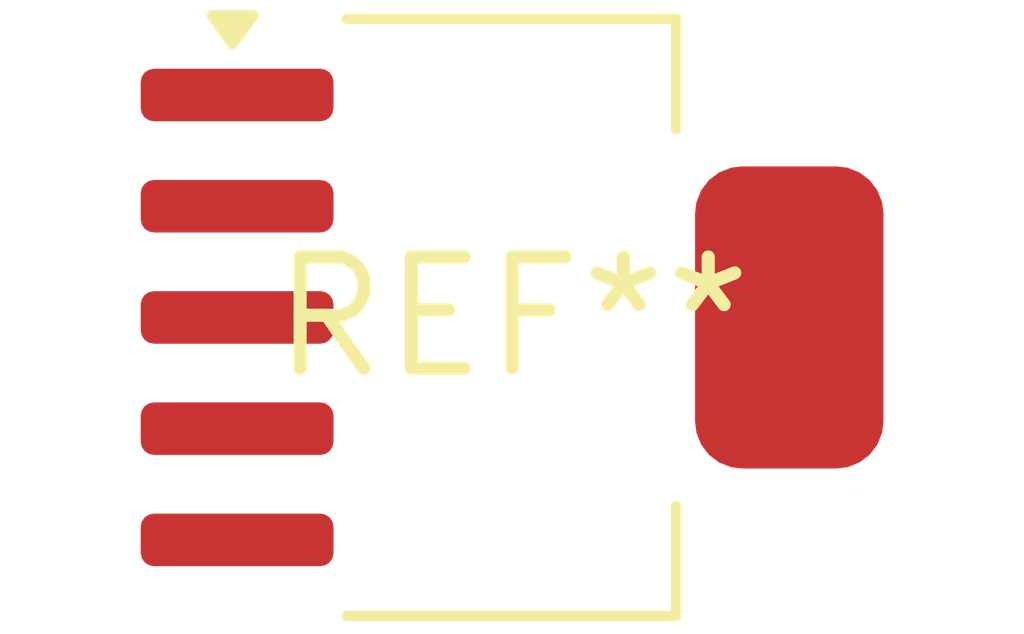
<source format=kicad_pcb>
(kicad_pcb (version 20240108) (generator pcbnew)
  (layers (0 "F.Cu" signal) (31 "B.Cu" signal) (34 "B.Paste" user) (35 "F.Paste" user) (36 "B.SilkS" user "B.Silkscreen") (37 "F.SilkS" user "F.Silkscreen") (38 "B.Mask" user) (39 "F.Mask" user) (44 "Edge.Cuts" user))
  (net 0 "")
  (footprint "SOT-223-6" (layer "F.Cu") (at 0 0)
    (property "Reference" "REF**")
    (property "Value" "SOT-223-6")
    (fp_line (start -1.8875 -3.41) (end 1.8725 -3.41) (layer "F.SilkS") (stroke (width 0.12)))
    (fp_line (start -1.8875 3.41) (end 1.8725 3.41) (layer "F.SilkS") (stroke (width 0.12)))
    (fp_line (start 1.8725 -3.41) (end 1.8725 -2.15) (layer "F.SilkS") (stroke (width 0.12)))
    (fp_line (start 1.8725 3.41) (end 1.8725 2.15) (layer "F.SilkS") (stroke (width 0.12)))
    (fp_poly (pts (xy -3.19 -3.12) (xy -3.43 -3.45) (xy -2.95 -3.45) (xy -3.19 -3.12)) (layer "F.SilkS") (stroke (width 0.12)) (fill solid))
    (pad "1" smd roundrect (at -3.1375 -2.54) (size 2.2 0.6) (layers "F.Cu" "F.Paste" "F.Mask"))
    (pad "2" smd roundrect (at -3.1375 -1.27) (size 2.2 0.6) (layers "F.Cu" "F.Paste" "F.Mask"))
    (pad "3" smd roundrect (at -3.1375 0) (size 2.2 0.6) (layers "F.Cu" "F.Paste" "F.Mask"))
    (pad "4" smd roundrect (at -3.1375 1.27) (size 2.2 0.6) (layers "F.Cu" "F.Paste" "F.Mask"))
    (pad "5" smd roundrect (at -3.1375 2.54) (size 2.2 0.6) (layers "F.Cu" "F.Paste" "F.Mask"))
    (pad "6" smd roundrect (at 3.1625 0) (size 2.15 3.45) (layers "F.Cu" "F.Paste" "F.Mask"))
  )
)
</source>
